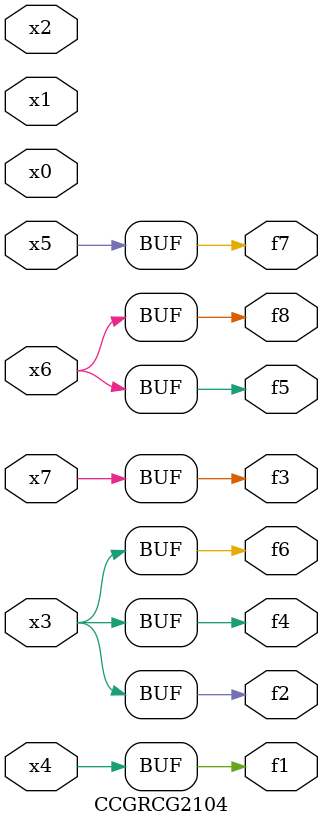
<source format=v>
module CCGRCG2104(
	input x0, x1, x2, x3, x4, x5, x6, x7,
	output f1, f2, f3, f4, f5, f6, f7, f8
);
	assign f1 = x4;
	assign f2 = x3;
	assign f3 = x7;
	assign f4 = x3;
	assign f5 = x6;
	assign f6 = x3;
	assign f7 = x5;
	assign f8 = x6;
endmodule

</source>
